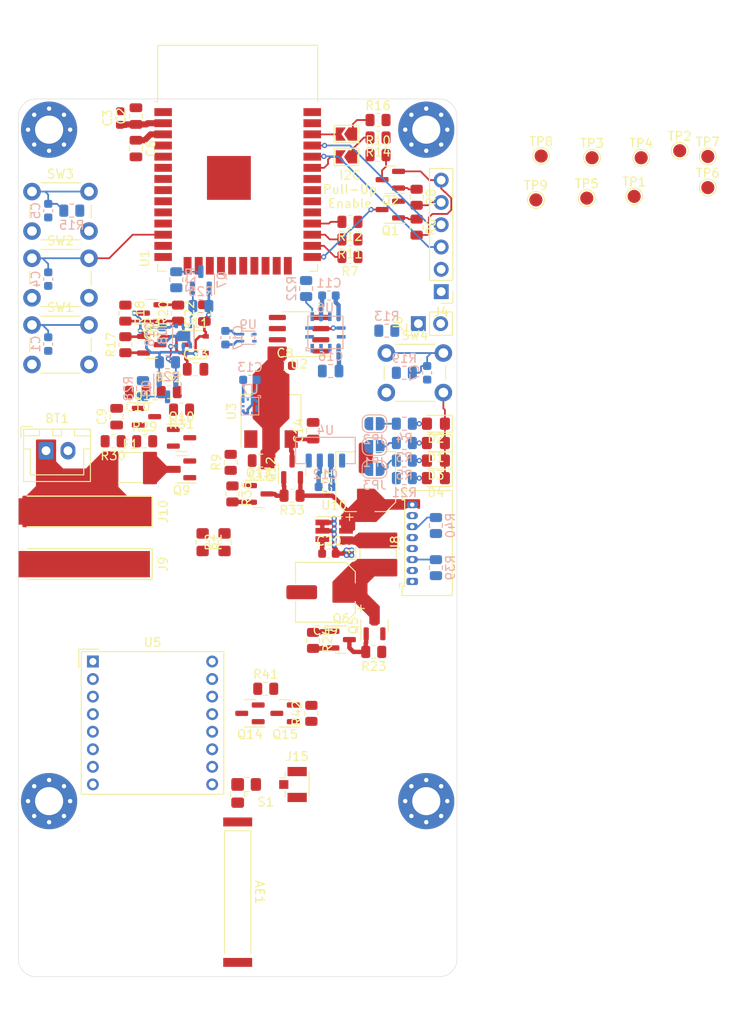
<source format=kicad_pcb>
(kicad_pcb (version 20211014) (generator pcbnew)
  (layers (0 "F.Cu" signal) (31 "B.Cu" signal) (34 "B.Paste" user) (35 "F.Paste" user) (36 "B.SilkS" user "B.Silkscreen") (37 "F.SilkS" user "F.Silkscreen") (38 "B.Mask" user) (39 "F.Mask" user) (44 "Edge.Cuts" user))
  (net 0 "")
  (net 1 "Net-(AE1-Pad1)")
  (net 2 "Net-(BT1-Pad1)")
  (net 3 "GND")
  (net 4 "PWR_ON")
  (net 5 "3V3")
  (net 6 "PWR_OFF")
  (net 7 "Net-(C5-Pad1)")
  (net 8 "EN")
  (net 9 "SWITCH")
  (net 10 "3V3_L")
  (net 11 "Net-(C9-Pad1)")
  (net 12 "SEN_VDD")
  (net 13 "Net-(C14-Pad1)")
  (net 14 "Net-(C16-Pad1)")
  (net 15 "SGP_VDD")
  (net 16 "Net-(C19-Pad1)")
  (net 17 "Net-(C20-Pad1)")
  (net 18 "+5V")
  (net 19 "Net-(D1-Pad2)")
  (net 20 "Net-(D2-Pad2)")
  (net 21 "Net-(D3-Pad2)")
  (net 22 "Net-(D4-Pad2)")
  (net 23 "VDD_IN")
  (net 24 "Net-(J4-Pad1)")
  (net 25 "RX")
  (net 26 "TX")
  (net 27 "DTR")
  (net 28 "RTS")
  (net 31 "/interface/RST")
  (net 32 "RX1")
  (net 33 "TX1")
  (net 34 "/interface/SET")
  (net 35 "Net-(J15-Pad1)")
  (net 36 "Net-(JP1-Pad2)")
  (net 37 "Net-(JP2-Pad2)")
  (net 38 "Net-(JP3-Pad2)")
  (net 39 "SDA")
  (net 40 "Net-(JP5-Pad1)")
  (net 41 "SCL")
  (net 42 "Net-(L1-Pad2)")
  (net 43 "Net-(Q1-Pad1)")
  (net 44 "IO0")
  (net 45 "Net-(Q2-Pad1)")
  (net 46 "Net-(Q3-Pad1)")
  (net 47 "Net-(Q4-Pad1)")
  (net 48 "Net-(Q5-Pad1)")
  (net 49 "+5V_EN")
  (net 50 "Net-(Q10-Pad2)")
  (net 51 "Net-(Q12-Pad1)")
  (net 52 "LDO_EN")
  (net 53 "Net-(Q14-Pad1)")
  (net 54 "Net-(Q14-Pad3)")
  (net 55 "LORA_EN")
  (net 56 "ADC_VIN")
  (net 57 "Net-(R7-Pad2)")
  (net 58 "Net-(R9-Pad2)")
  (net 59 "Net-(R11-Pad2)")
  (net 60 "Net-(R12-Pad2)")
  (net 61 "SGP_EN")
  (net 62 "Net-(R19-Pad2)")
  (net 63 "LED")
  (net 64 "Net-(R22-Pad2)")
  (net 65 "Net-(S1-Pad1)")
  (net 66 "DIO2")
  (net 67 "DIO1")
  (net 68 "LORA_RST")
  (net 69 "DIO0")
  (net 70 "CS_LORA")
  (net 78 "CS")
  (net 79 "SCLK")
  (net 80 "MISO")
  (net 82 "MOSI")
  (net 83 "ADC_0")
  (net 84 "ADC_1")
  (net 89 "Net-(C23-Pad1)")
  (net 90 "Net-(JP4-Pad1)")
  (net 91 "SDA_1V8")
  (net 92 "SCL_1V8")
  (footprint "Capacitor_SMD:C_0603_1608Metric" (layer "F.Cu") (at 76.6 44.175 90)
    (fp_text reference "C3")
    (fp_text value "100n")
  )
  (footprint "TestPoint:TestPoint_Pad_D1.5mm" (layer "F.Cu") (at 140.4 47.9)
    (fp_text reference "TP2")
    (fp_text value "TP_SCL")
  )
  (footprint "Capacitor_SMD:C_0805_2012Metric" (layer "F.Cu") (at 78.4 47.65 -90)
    (fp_text reference "C6")
    (fp_text value "1u")
  )
  (footprint "MountingHole:MountingHole_3.2mm_M3_Pad_Via" (layer "F.Cu") (at 68.5 45.5)
    (fp_text reference "H4" hide)
    (fp_text value "MountingHole")
  )
  (footprint "Resistor_SMD:R_0805_2012Metric" (layer "F.Cu") (at 93.2 109.2)
    (fp_text reference "R41")
    (fp_text value "100k")
  )
  (footprint "Resistor_SMD:R_0805_2012Metric" (layer "F.Cu") (at 82.2 75.4)
    (fp_text reference "R32")
    (fp_text value "100k")
  )
  (footprint "mainBoard:ANT-868-CHP-T" (layer "F.Cu") (at 90 132.375 -90)
    (fp_text reference "AE1")
    (fp_text value "Antenna")
  )
  (footprint "Capacitor_SMD:CP_Elec_6.3x7.7" (layer "F.Cu") (at 104.6 85.6 90)
    (fp_text reference "C21")
    (fp_text value "47u")
  )
  (footprint "mainBoard:RF_Splitter" (layer "F.Cu") (at 89.997492 120.1)
    (fp_text reference "S1")
    (fp_text value "RF_Splitter")
  )
  (footprint "Resistor_SMD:R_0805_2012Metric" (layer "F.Cu") (at 102.8 58 180)
    (fp_text reference "R11")
    (fp_text value "220")
  )
  (footprint "Resistor_SMD:R_0805_2012Metric_Pad1.20x1.40mm_HandSolder" (layer "F.Cu") (at 88.5 92.5 90)
    (fp_text reference "R2")
    (fp_text value "R")
  )
  (footprint "Capacitor_SMD:C_0805_2012Metric" (layer "F.Cu") (at 98.6 79.8 90)
    (fp_text reference "C14")
    (fp_text value "22u")
  )
  (footprint "Resistor_SMD:R_0805_2012Metric" (layer "F.Cu") (at 102.8 56 180)
    (fp_text reference "R12")
    (fp_text value "220")
  )
  (footprint "Connector_PinHeader_2.54mm:PinHeader_1x02_P2.54mm_Vertical" (layer "F.Cu") (at 110.6 67.6 90)
    (fp_text reference "J6")
    (fp_text value "EN_3V3_PROGRAMMER")
  )
  (footprint "Package_SO:TSOP-5_1.65x3.05mm_P0.95mm" (layer "F.Cu") (at 85.2 70)
    (fp_text reference "U11")
    (fp_text value "NCP115ASN180T2G")
  )
  (footprint "Package_TO_SOT_SMD:SOT-23" (layer "F.Cu") (at 107.4 51.2 180)
    (fp_text reference "Q2")
    (fp_text value "MMBT3904")
  )
  (footprint "LED_SMD:LED_0805_2012Metric_Pad1.15x1.40mm_HandSolder" (layer "F.Cu") (at 112.6 85.2 180)
    (fp_text reference "D4")
    (fp_text value "LED")
  )
  (footprint "TestPoint:TestPoint_Pad_D1.5mm" (layer "F.Cu") (at 124.6 48.5)
    (fp_text reference "TP8")
    (fp_text value "TP_GND")
  )
  (footprint "Capacitor_SMD:C_0603_1608Metric" (layer "F.Cu") (at 100.4 93.8)
    (fp_text reference "C20")
    (fp_text value "100n")
  )
  (footprint "RF_Module:HOPERF_RFM9XW_THT" (layer "F.Cu") (at 73.4925 106.0925)
    (fp_text reference "U5")
    (fp_text value "RFM95W-868S2")
  )
  (footprint "Capacitor_SMD:C_0603_1608Metric" (layer "F.Cu") (at 95.4 72.4)
    (fp_text reference "C8")
    (fp_text value "100n")
  )
  (footprint "Resistor_SMD:R_0805_2012Metric_Pad1.20x1.40mm_HandSolder" (layer "F.Cu") (at 86 92.5 -90)
    (fp_text reference "R1")
    (fp_text value "R")
  )
  (footprint "Jumper:SolderJumper-2_P1.3mm_Open_TrianglePad1.0x1.5mm" (layer "F.Cu") (at 102.4 46 180)
    (fp_text reference "JP5" hide)
    (fp_text value " ")
  )
  (footprint "Inductor_SMD:L_Coilcraft_LPS4018" (layer "F.Cu") (at 106 93.8 90)
    (fp_text reference "L1")
    (fp_text value "22u")
  )
  (footprint "MountingHole:MountingHole_3.2mm_M3_Pad_Via" (layer "F.Cu") (at 111.5 122)
    (fp_text reference "H2" hide)
    (fp_text value "MountingHole")
  )
  (footprint "Resistor_SMD:R_0805_2012Metric" (layer "F.Cu") (at 98.6 103.6875 -90)
    (fp_text reference "R24")
    (fp_text value "100k")
  )
  (footprint "LED_SMD:LED_0805_2012Metric_Pad1.15x1.40mm_HandSolder" (layer "F.Cu") (at 112.6 81.2 180)
    (fp_text reference "D1")
    (fp_text value "LED")
  )
  (footprint "Capacitor_SMD:C_0805_2012Metric" (layer "F.Cu") (at 92.6 83.2 180)
    (fp_text reference "C15")
    (fp_text value "22u")
  )
  (footprint "Resistor_SMD:R_0805_2012Metric" (layer "F.Cu") (at 106 48.4)
    (fp_text reference "R10")
    (fp_text value "10k")
  )
  (footprint "Button_Switch_THT:SW_PUSH_6mm" (layer "F.Cu") (at 106.95 70.95)
    (fp_text reference "SW4")
    (fp_text value "SW_Push")
  )
  (footprint "mainBoard:2mm_Banana-Socket" (layer "F.Cu") (at 65 95 90)
    (fp_text reference "J9")
    (fp_text value "BAT-")
  )
  (footprint "Resistor_SMD:R_0805_2012Metric" (layer "F.Cu") (at 98.4 112 90)
    (fp_text reference "R42")
    (fp_text value "100k")
  )
  (footprint "Package_TO_SOT_SMD:SOT-23-6_Handsoldering" (layer "F.Cu") (at 101 91.2)
    (fp_text reference "U10")
    (fp_text value "AP1603")
  )
  (footprint "Jumper:SolderJumper-2_P1.3mm_Open_TrianglePad1.0x1.5mm" (layer "F.Cu") (at 102.4 48.6 180)
    (fp_text reference "JP4" hide)
    (fp_text value " ")
  )
  (footprint "Connector_PinHeader_2.54mm:PinHeader_1x06_P2.54mm_Vertical" (layer "F.Cu") (at 113.2 63.95 180)
    (fp_text reference "J4")
    (fp_text value "PROGRAMMER")
  )
  (footprint "Package_TO_SOT_SMD:SOT-23" (layer "F.Cu") (at 105.6 102 90)
    (fp_text reference "Q5")
    (fp_text value "AO3401A")
  )
  (footprint "Package_TO_SOT_SMD:SOT-23" (layer "F.Cu") (at 95.4 112 180)
    (fp_text reference "Q15")
    (fp_text value "2N7002")
  )
  (footprint "Package_TO_SOT_SMD:SOT-23" (layer "F.Cu") (at 83.6 80.6)
    (fp_text reference "Q10")
    (fp_text value "AO3401A")
  )
  (footprint "Fuse:Fuse_1812_4532Metric_Pad1.30x3.40mm_HandSolder" (layer "F.Cu") (at 77.775 84)
    (fp_text reference "F1")
    (fp_text value "Polyfuse")
  )
  (footprint "Package_TO_SOT_SMD:SOT-223-3_TabPin2" (layer "F.Cu") (at 93.8 77.6 90)
    (fp_text reference "U3")
    (fp_text value "AMS1117-3.3")
  )
  (footprint "MountingHole:MountingHole_3.2mm_M3_Pad_Via" (layer "F.Cu") (at 68.5 122)
    (fp_text reference "H3" hide)
    (fp_text value "MountingHole")
  )
  (footprint "Resistor_SMD:R_0805_2012Metric" (layer "F.Cu") (at 89.2 83.4 90)
    (fp_text reference "R9")
    (fp_text value "220")
  )
  (footprint "Capacitor_SMD:C_0805_2012Metric" (layer "F.Cu") (at 86.2 66.4 90)
    (fp_text reference "C22")
    (fp_text value "1u")
  )
  (footprint "Package_TO_SOT_SMD:SOT-23" (layer "F.Cu") (at 80.2 66.4 180)
    (fp_text reference "Q4")
    (fp_text value "2N7002")
  )
  (footprint "Package_TO_SOT_SMD:SOT-23" (layer "F.Cu") (at 96.2 84.2 90)
    (fp_text reference "Q12")
    (fp_text value "AO3401A")
  )
  (footprint "Package_TO_SOT_SMD:SOT-23" (layer "F.Cu") (at 101.8 103.6)
    (fp_text reference "Q6")
    (fp_text value "2N7002")
  )
  (footprint "Button_Switch_THT:SW_PUSH_6mm" (layer "F.Cu") (at 66.55 67.75)
    (fp_text reference "SW1")
    (fp_text value "PWR_ON")
  )
  (footprint "Button_Switch_THT:SW_PUSH_6mm" (layer "F.Cu") (at 66.55 52.55)
    (fp_text reference "SW3")
    (fp_text value "RESET")
  )
  (footprint "Capacitor_SMD:C_0805_2012Metric" (layer "F.Cu") (at 78.6 75.4 180)
    (fp_text reference "C10")
    (fp_text value "22u")
  )
  (footprint "TestPoint:TestPoint_Pad_D1.5mm" (layer "F.Cu") (at 135.2 53.1)
    (fp_text reference "TP1")
    (fp_text value "TP_SDA")
  )
  (footprint "Button_Switch_THT:SW_PUSH_6mm" (layer "F.Cu") (at 66.55 60.15)
    (fp_text reference "SW2")
    (fp_text value "PWR_OFF")
  )
  (footprint "Resistor_SMD:R_0805_2012Metric" (layer "F.Cu") (at 75.8 81 180)
    (fp_text reference "R30")
    (fp_text value "100k")
  )
  (footprint "Capacitor_SMD:CP_Elec_6.3x7.7" (layer "F.Cu") (at 100 98.2 180)
    (fp_text reference "C19")
    (fp_text value "47u")
  )
  (footprint "Resistor_SMD:R_0805_2012Metric" (layer "F.Cu") (at 79.4 81)
    (fp_text reference "R29")
    (fp_text value "100k")
  )
  (footprint "mainBoard:2mm_Banana-Socket" (layer "F.Cu") (at 65 89 90)
    (fp_text reference "J10")
    (fp_text value "BAT+")
  )
  (footprint "Resistor_SMD:R_0805_2012Metric" (layer "F.Cu") (at 96.2 87.2 180)
    (fp_text reference "R33")
    (fp_text value "100k")
  )
  (footprint "Resistor_SMD:R_0805_2012Metric" (layer "F.Cu") (at 83.6 77.4 180)
    (fp_text reference "R31")
    (fp_text value "10k")
  )
  (footprint "Resistor_SMD:R_0805_2012Metric" (layer "F.Cu") (at 89.4 87 -90)
    (fp_text reference "R36")
    (fp_text value "100k")
  )
  (footprint "TestPoint:TestPoint_Pad_D1.5mm" (layer "F.Cu") (at 124 53.5)
    (fp_text reference "TP9")
    (fp_text value "TP_GND")
  )
  (footprint "Capacitor_SMD:C_0805_2012Metric" (layer "F.Cu") (at 85.2 72.8)
    (fp_text reference "C23")
    (fp_text value "1u")
  )
  (footprint "Capacitor_SMD:C_0805_2012Metric" (layer "F.Cu") (at 76.2 78.2 90)
    (fp_text reference "C9")
    (fp_text value "22u")
  )
  (footprint "RF_Module:ESP32-WROOM-32" (layer "F.Cu") (at 90 51.75)
    (fp_text reference "U1")
    (fp_text value "ESP32-WROOM-32")
  )
  (footprint "Package_TO_SOT_SMD:SOT-23" (layer "F.Cu") (at 79.6 78.2)
    (fp_text reference "Q11")
    (fp_text value "2N7002")
  )
  (footprint "Resistor_SMD:R_0805_2012Metric" (layer "F.Cu") (at 106 44.4)
    (fp_text reference "R16")
    (fp_text value "3k3")
  )
  (footprint "Package_TO_SOT_SMD:SOT-23" (layer "F.Cu") (at 92.4 87)
    (fp_text reference "Q13")
    (fp_text value "2N7002")
  )
  (footprint "Resistor_SMD:R_0805_2012Metric" (layer "F.Cu") (at 105.5125 105 180)
    (fp_text reference "R23")
    (fp_text value "100k")
  )
  (footprint "Resistor_SMD:R_0805_2012Metric" (layer "F.Cu") (at 102.8 60 180)
    (fp_text reference "R7")
    (fp_text value "220")
  )
  (footprint "Package_TO_SOT_SMD:SOT-23" (layer "F.Cu") (at 91.4 112 180)
    (fp_text reference "Q14")
    (fp_text value "AO3401A")
  )
  (footprint "Package_TO_SOT_SMD:SOT-23" (layer "F.Cu") (at 83.6 84.2 180)
    (fp_text reference "Q9")
    (fp_text value "AO3401A")
  )
  (footprint "Connector_Molex:Molex_PicoBlade_53048-0810_1x08_P1.25mm_Horizontal" (layer "F.Cu") (at 109.9 96.975 90)
    (fp_text reference "J8")
    (fp_text value "PMS5003")
  )
  (footprint "Resistor_SMD:R_0805_2012Metric" (layer "F.Cu") (at 106 46.4 180)
    (fp_text reference "R14")
    (fp_text value "3k3")
  )
  (footprint "LED_SMD:LED_0805_2012Metric_Pad1.15x1.40mm_HandSolder" (layer "F.Cu") (at 112.6 79 180)
    (fp_text reference "D2")
    (fp_text value "LED")
  )
  (footprint "TestPoint:TestPoint_Pad_D1.5mm" (layer "F.Cu") (at 143.6 52.1)
    (fp_text reference "TP6")
    (fp_text value "TP_3V3")
  )
  (footprint "Package_TO_SOT_SMD:SOT-23" (layer "F.Cu") (at 107.4 54.6 180)
    (fp_text reference "Q1")
    (fp_text value "MMBT3904")
  )
  (footprint "Resistor_SMD:R_0805_2012Metric" (layer "F.Cu") (at 77.2 66.4 -90)
    (fp_text reference "R18")
    (fp_text value "220")
  )
  (footprint "Resistor_SMD:R_0805_2012Metric" (layer "F.Cu") (at 83.2 66.4 90)
    (fp_text reference "R20")
    (fp_text value "100k")
  )
  (footprint "Connector_JST:JST_XH_B2B-XH-A_1x02_P2.50mm_Vertical" (layer "F.Cu") (at 68.15 82.075)
    (fp_text reference "BT1")
    (fp_text value "18650 holder")
  )
  (footprint "TestPoint:TestPoint_Pad_D1.5mm" (layer "F.Cu") (at 129.8 53.3)
    (fp_text reference "TP5")
    (fp_text value "TP_+5V")
  )
  (footprint "Resistor_SMD:R_0805_2012Metric" (layer "F.Cu") (at 77.2 70 90)
    (fp_text reference "R17")
    (fp_text value "100k")
  )
  (footprint "TestPoint:TestPoint_Pad_D1.5mm" (layer "F.Cu") (at 136 48.7)
    (fp_text reference "TP4")
    (fp_text value "TP_TX1")
  )
  (footprint "Package_SO:SOIC-8_3.9x4.9mm_P1.27mm" (layer "F.Cu") (at 97 68.8 180)
    (fp_text reference "U2")
    (fp_text value "MCP3202-BI/SN")
  )
  (footprint "LED_SMD:LED_0805_2012Metric_Pad1.15x1.40mm_HandSolder" (layer "F.Cu") (at 112.6 83.2 180)
    (fp_text reference "D3")
    (fp_text value "LED")
  )
  (footprint "Capacitor_SMD:C_0805_2012Metric" (layer "F.Cu") (at 78.4 43.95 90)
    (fp_text reference "C2")
    (fp_text value "22u")
  )
  (footprint "Resistor_SMD:R_0805_2012Metric" (layer "F.Cu") (at 110.4 56.6 -90)
    (fp_text reference "R6")
    (fp_text value "10k")
  )
  (footprint "TestPoint:TestPoint_Pad_D1.5mm" (layer "F.Cu") (at 130.4 48.7)
    (fp_text reference "TP3")
    (fp_text value "TP_RX1")
  )
  (footprint "Package_TO_SOT_SMD:SOT-23" (layer "F.Cu") (at 80.2 70)
    (fp_text reference "Q3")
    (fp_text value "AO3401A")
  )
  (footprint "MountingHole:MountingHole_3.2mm_M3_Pad_Via" (layer "F.Cu") (at 111.5 45.5)
    (fp_text reference "H1" hide)
    (fp_text value "MountingHole")
  )
  (footprint "TestPoint:TestPoint_Pad_D1.5mm" (layer "F.Cu") (at 143.6 48.55)
    (fp_text reference "TP7")
    (fp_text value "TP_3V3_L")
  )
  (footprint "Connector_Coaxial:U.FL_Hirose_U.FL-R-SMT-1_Vertical" (layer "F.Cu") (at 96.304303 120.106811)
    (fp_text reference "J15")
    (fp_text value "U.FL")
  )
  (footprint "Resistor_SMD:R_0805_2012Metric" (layer "F.Cu") (at 110.4 53.2 -90)
    (fp_text reference "R8")
    (fp_text value "10k")
  )
  (footprint "Package_TO_SOT_SMD:SOT-23" (layer "B.Cu") (at 82 75 -90)
    (fp_text reference "Q8")
    (fp_text value "2N7002")
  )
  (footprint "Resistor_SMD:R_0805_2012Metric" (layer "B.Cu") (at 85.8 65.6 180)
    (fp_text reference "R25")
    (fp_text value "100k")
  )
  (footprint "Capacitor_SMD:C_0603_1608Metric" (layer "B.Cu") (at 111.6 73.2 -90)
    (fp_text reference "C7")
    (fp_text value "100n")
  )
  (footprint "Resistor_SMD:R_0805_2012Metric" (layer "B.Cu") (at 109 79)
    (fp_text reference "R4")
    (fp_text value "1k")
  )
  (footprint "mainBoard:SHT40" (layer "B.Cu") (at 91.2 69.2 180)
    (fp_text reference "U9")
    (fp_text value "SHT40")
  )
  (footprint "Capacitor_SMD:C_0603_1608Metric" (layer "B.Cu") (at 100 86.2 180)
    (fp_text reference "C12")
    (fp_text value "100n")
  )
  (footprint "Capacitor_SMD:C_0603_1608Metric" (layer "B.Cu") (at 100.4 64.4 180)
    (fp_text reference "C11")
    (fp_text value "100n")
  )
  (footprint "Resistor_SMD:R_0805_2012Metric" (layer "B.Cu") (at 109 85.2)
    (fp_text reference "R21")
    (fp_text value "R")
  )
  (footprint "Capacitor_SMD:C_0603_1608Metric" (layer "B.Cu") (at 68.4 62.525 -90)
    (fp_text reference "C4")
    (fp_text value "100n")
  )
  (footprint "Capacitor_SMD:C_0603_1608Metric" (layer "B.Cu") (at 88.6 69.2 90)
    (fp_text reference "C17")
    (fp_text value "100n")
  )
  (footprint "Resistor_SMD:R_0805_2012Metric" (layer "B.Cu") (at 109 81.2)
    (fp_text reference "R3")
    (fp_text value "1k")
  )
  (footprint "Capacitor_SMD:C_0603_1608Metric" (layer "B.Cu") (at 91.4 74 180)
    (fp_text reference "C13")
    (fp_text value "100n")
  )
  (footprint "Jumper:SolderJumper-2_P1.3mm_Open_RoundedPad1.0x1.5mm" (layer "B.Cu") (at 105.6 81.6)
    (fp_text reference "JP1")
    (fp_text value "EN")
  )
  (footprint "Resistor_SMD:R_0805_2012Metric" (layer "B.Cu") (at 97.8 63.6 -90)
    (fp_text reference "R22")
    (fp_text value "100k")
  )
  (footprint "Capacitor_SMD:C_0603_1608Metric" (layer "B.Cu") (at 81.4 68.8 -90)
    (fp_text reference "C18")
    (fp_text value "100n")
  )
  (footprint "mainBoard:SGP30" (layer "B.Cu") (at 83.8 69 -90)
    (fp_text reference "U8")
    (fp_text value "SGP30")
  )
  (footprint "Capacitor_SMD:C_0805_2012Metric" (layer "B.Cu") (at 100.6 73 180)
    (fp_text reference "C16")
    (fp_text value "1n")
  )
  (footprint "mainBoard:ML8511" (layer "B.Cu") (at 100 68.6 180)
    (fp_text reference "U6")
    (fp_text value "ML8511")
  )
  (footprint "Resistor_SMD:R_0805_2012Metric" (layer "B.Cu") (at 112.6 90.6 90)
    (fp_text reference "R40")
    (fp_text value "100k")
  )
  (footprint "Resistor_SMD:R_0805_2012Metric" (layer "B.Cu") (at 82 72)
    (fp_text reference "R26")
    (fp_text value "100k")
  )
  (footprint "mainBoard:VEML7700" (layer "B.Cu") (at 100 81.6 180)
    (fp_text reference "U4")
    (fp_text value "VEML7700")
  )
  (footprint "Capacitor_SMD:C_0603_1608Metric" (layer "B.Cu") (at 68.4 69.925 -90)
    (fp_text reference "C1")
    (fp_text value "100n")
  )
  (footprint "Resistor_SMD:R_0805_2012Metric" (layer "B.Cu") (at 109 73.2 180)
    (fp_text reference "R19")
    (fp_text value "220")
  )
  (footprint "Jumper:SolderJumper-2_P1.3mm_Open_RoundedPad1.0x1.5mm" (layer "B.Cu") (at 105.6 79)
    (fp_text reference "JP2")
    (fp_text value "EN")
  )
  (footprint "Package_TO_SOT_SMD:SOT-23" (layer "B.Cu") (at 85.8 62.6 90)
    (fp_text reference "Q7")
    (fp_text value "2N7002")
  )
  (footprint "Resistor_SMD:R_0805_2012Metric" (layer "B.Cu") (at 71.0875 54.725)
    (fp_text reference "R15")
    (fp_text value "330")
  )
  (footprint "Resistor_SMD:R_0805_2012Metric" (layer "B.Cu") (at 83 62.6 90)
    (fp_text reference "R27")
    (fp_text value "100k")
  )
  (footprint "Capacitor_SMD:C_0603_1608Metric" (layer "B.Cu") (at 68.4 54.725 -90)
    (fp_text reference "C5")
    (fp_text value "100n")
  )
  (footprint "Resistor_SMD:R_0805_2012Metric" (layer "B.Cu") (at 107 68.4 180)
    (fp_text reference "R13")
    (fp_text value "100k")
  )
  (footprint "Jumper:SolderJumper-2_P1.3mm_Open_RoundedPad1.0x1.5mm" (layer "B.Cu") (at 105.6 84.2)
    (fp_text reference "JP3")
    (fp_text value "EN")
  )
  (footprint "Resistor_SMD:R_0805_2012Metric" (layer "B.Cu") (at 79.2 75 -90)
    (fp_text reference "R28")
    (fp_text value "100k")
  )
  (footprint "Resistor_SMD:R_0805_2012Metric" (layer "B.Cu") (at 109 83.2)
    (fp_text reference "R5")
    (fp_text value "1k")
  )
  (footprint "mainBoard:BMP388" (layer "B.Cu") (at 91.4 77 180)
    (fp_text reference "U7")
    (fp_text value "BMP388")
  )
  (footprint "Resistor_SMD:R_0805_2012Metric" (layer "B.Cu") (at 112.6 95.4 90)
    (fp_text reference "R39")
    (fp_text value "100k")
  )
  (gr_line (start 115 44) (end 115 140) (layer "Edge.Cuts") (width 0.05))
  (gr_arc (start 113 42) (mid 114.414214 42.585786) (end 115 44) (layer "Edge.Cuts") (width 0.05))
  (gr_line (start 65 140) (end 65 44) (layer "Edge.Cuts") (width 0.05))
  (gr_arc (start 115 140) (mid 114.414214 141.414214) (end 113 142) (layer "Edge.Cuts") (width 0.05))
  (gr_arc (start 67 142) (mid 65.585786 141.414214) (end 65 140) (layer "Edge.Cuts") (width 0.05))
  (gr_line (start 113 142) (end 67 142) (layer "Edge.Cuts") (width 0.05))
  (gr_line (start 67 42) (end 113 42) (layer "Edge.Cuts") (width 0.05))
  (gr_arc (start 65 44) (mid 65.585786 42.585786) (end 67 42) (layer "Edge.Cuts") (width 0.05))
  (gr_text "I2C\nPull-Up\nEnable" (at 102.8 52.3) (layer "F.SilkS") (effects (font (size 1 1))))
  (segment (start 101 90.4) (end 101 91) (width 0.5) (layer "F.Cu") (net 3))
  (segment (start 101 93.1) (end 101.175 93.275) (width 0.5) (layer "F.Cu") (net 3))
  (segment (start 99.65 91.2) (end 100.8 91.2) (width 0.5) (layer "F.Cu") (net 3))
  (segment (start 98.6 104.6) (end 99.6 104.6) (width 0.5) (layer "F.Cu") (net 3))
  (segment (start 99.65 104.55) (end 99.6 104.6) (width 0.5) (layer "F.Cu") (net 3))
  (segment (start 102 93.8) (end 102.4 93.4) (width 0.5) (layer "F.Cu") (net 3))
  (segment (start 100.8 91.2) (end 101 91) (width 0.5) (layer "F.Cu") (net 3))
  (segment (start 100.8625 104.55) (end 99.65 104.55) (width 0.5) (layer "F.Cu") (net 3))
  (segment (start 91.425 87.9125) (end 91.4625 87.95) (width 0.5) (layer "F.Cu") (net 3))
  (segment (start 99.65 90.25) (end 99.65 91.2) (width 0.5) (layer "F.Cu") (net 3))
  (segment (start 103 94) (end 103 93.4) (width 0.5) (layer "F.Cu") (net 3))
  (segment (start 83.1625 65.45) (end 83.2 65.4875) (width 0.3) (layer "F.Cu") (net 3))
  (segment (start 81.1375 65.45) (end 83.1625 65.45) (width 0.3) (layer "F.Cu") (net 3))
  (segment (start 99.65 90.25) (end 100.85 90.25) (width 0.5) (layer "F.Cu") (net 3))
  (segment (start 113.625 79) (end 113.625 81.2) (width 0.2) (layer "F.Cu") (net 3))
  (segment (start 113.625 77.425) (end 113.625 79) (width 0.2) (layer "F.Cu") (net 3))
  (segment (start 102.4 93.4) (end 103 93.4) (width 0.5) (layer "F.Cu") (net 3))
  (segment (start 101 89.8) (end 101 90.4) (width 0.5) (layer "F.Cu") (net 3))
  (segment (start 113.625 83.2) (end 113.625 85.2) (width 0.2) (layer "F.Cu") (net 3))
  (segment (start 113.45 77.25) (end 113.625 77.425) (width 0.2) (layer "F.Cu") (net 3))
  (segment (start 101 92.2) (end 101 92.8) (width 0.5) (layer "F.Cu") (net 3))
  (segment (start 103 94) (end 102.4 94) (width 0.5) (layer "F.Cu") (net 3))
  (segment (start 101.175 93.8) (end 102 93.8) (width 0.5) (layer "F.Cu") (net 3))
  (segment (start 100.85 90.25) (end 101 90.4) (width 0.5) (layer "F.Cu") (net 3))
  (segment (start 89.4 87.9125) (end 91.425 87.9125) (width 0.5) (layer "F.Cu") (net 3))
  (segment (start 113.45 75.45) (end 113.45 77.25) (width 0.2) (layer "F.Cu") (net 3))
  (segment (start 101 91) (end 101 91.6) (width 0.5) (layer "F.Cu") (net 3))
  (segment (start 102.4 93.4) (end 102.4 94) (width 0.5) (layer "F.Cu") (net 3))
  (segment (start 101 92.8) (end 101 93.1) (width 0.5) (layer "F.Cu") (net 3))
  (segment (start 101 91.6) (end 101 92.2) (width 0.5) (layer "F.Cu") (net 3))
  (segment (start 101.175 93.275) (end 101.175 93.8) (width 0.5) (layer "F.Cu") (net 3))
  (segment (start 113.625 81.2) (end 113.625 83.2) (width 0.2) (layer "F.Cu") (net 3))
  (via (at 103 93.4) (size 0.6) (drill 0.3) (layers "F.Cu" "B.Cu") (net 3))
  (via (at 101 91.6) (size 0.6) (drill 0.3) (layers "F.Cu" "B.Cu") (net 3))
  (via (at 102.4 93.4) (size 0.6) (drill 0.3) (layers "F.Cu" "B.Cu") (net 3))
  (via (at 103 94) (size 0.6) (drill 0.3) (layers "F.Cu" "B.Cu") (net 3))
  (via (at 101 92.8) (size 0.6) (drill 0.3) (layers "F.Cu" "B.Cu") (net 3))
  (via (at 102.4 94) (size 0.6) (drill 0.3) (layers "F.Cu" "B.Cu") (net 3))
  (via (at 101 91) (size 0.6) (drill 0.3) (layers "F.Cu" "B.Cu") (net 3))
  (via (at 101 89.8) (size 0.6) (drill 0.3) (layers "F.Cu" "B.Cu") (net 3))
  (via (at 101 92.2) (size 0.6) (drill 0.3) (layers "F.Cu" "B.Cu") (net 3))
  (via (at 101 90.4) (size 0.6) (drill 0.3) (layers "F.Cu" "B.Cu") (net 3))
  (segment (start 83.8 67.85) (end 83.8 69) (width 0.3) (layer "B.Cu") (net 3))
  (segment (start 84.6 70.15) (end 84.6 69.8) (width 0.3) (layer "B.Cu") (net 3))
  (segment (start 90.625 76.4875) (end 90.6375 76.5) (width 0.3) (layer "B.Cu") (net 3))
  (segment (start 99.225 86.2) (end 99.225 84.675) (width 0.5) (layer "B.Cu") (net 3))
  (segment (start 99.225 84.675) (end 99.365 84.535) (width 0.5) (layer "B.Cu") (net 3))
  (segment (start 99.5 65.7) (end 99.625 65.575) (width 0.5) (layer "B.Cu") (net 3))
  (segment (start 81.925 69.575) (end 82.5 69) (width 0.3) (layer "B.Cu") (net 3))
  (segment (start 99.625 65.575) (end 99.625 64.4) (width 0.5) (layer "B.Cu") (net 3))
  (segment (start 89.325 68.425) (end 89.7 68.8) (width 0.3) (layer "B.Cu") (net 3))
  (segment (start 99.5 67.1) (end 99.5 65.7) (width 0.5) (layer "B.Cu") (net 3))
  (segment (start 82.5 69) (end 83.8 69) (width 0.3) (layer "B.Cu") (net 3))
  (segment (start 89.7 68.8) (end 90.5 68.8) (width 0.3) (layer "B.Cu") (net 3))
  (segment (start 90.625 74) (end 90.625 76.4875) (width 0.3) (layer "B.Cu") (net 3))
  (segment (start 99.365 84.535) (end 99.365 83.2) (width 0.5) (layer "B.Cu") (net 3))
  (segment (start 81.4 69.575) (end 81.925 69.575) (width 0.3) (layer "B.Cu") (net 3))
  (segment (start 84.6 69.8) (end 83.8 69) (width 0.3) (layer "B.Cu") (net 3))
  (segment (start 92.1625 77) (end 92.1625 77.5) (width 0.3) (layer "B.Cu") (net 3))
  (segment (start 88.6 68.425) (end 89.325 68.425) (width 0.3) (layer "B.Cu") (net 3))
  (segment (start 68.4 68.4) (end 68.4 69.15) (width 0.2) (layer "B.Cu") (net 4))
  (segment (start 66.55 67.75) (end 67.75 67.75) (width 0.2) (layer "B.Cu") (net 4))
  (segment (start 73.05 67.75) (end 67.75 67.75) (width 0.2) (layer "B.Cu") (net 4))
  (segment (start 67.75 67.75) (end 68.4 68.4) (width 0.2) (layer "B.Cu") (net 4))
  (segment (start 77.25 44.95) (end 77.3 44.9) (width 0.7) (layer "F.Cu") (net 5))
  (segment (start 76.6 44.95) (end 77.25 44.95) (width 0.7) (layer "F.Cu") (net 5))
  (segment (start 77.2 70.9125) (end 79.225 70.9125) (width 0.3) (layer "F.Cu") (net 5))
  (segment (start 79.6 44.9) (end 78.4 44.9) (width 0.7) (layer "F.Cu") (net 5))
  (segment (start 77.3 44.9) (end 78.4 44.9) (width 0.7) (layer "F.Cu") (net 5))
  (segment (start 79.225 70.9125) (end 79.2625 70.95) (width 0.3) (layer "F.Cu") (net 5))
  (segment (start 81.5 44.765) (end 79.735 44.765) (width 0.7) (layer "F.Cu") (net 5))
  (segment (start 79.735 44.765) (end 79.6 44.9) (width 0.7) (layer "F.Cu") (net 5))
  (segment (start 75.35 60.15) (end 73.05 60.15) (width 0.2) (layer "F.Cu") (net 6))
  (segment (start 81.5 57.465) (end 78.035 57.465) (width 0.2) (layer "F.Cu") (net 6))
  (segment (start 78.035 57.465) (end 75.35 60.15) (width 0.2) (layer "F.Cu") (net 6))
  (segment (start 68.4 60.8) (end 68.4 61.75) (width 0.2) (layer "B.Cu") (net 6))
  (segment (start 66.55 60.15) (end 67.75 60.15) (width 0.2) (layer "B.Cu") (net 6))
  (segment (start 67.75 60.15) (end 68.4 60.8) (width 0.2) (layer "B.Cu") (net 6))
  (segment (start 73.05 60.15) (end 67.75 60.15) (width 0.2) (layer "B.Cu") (net 6))
  (segment (start 70.175 54.725) (end 69.4 53.95) (width 0.2) (layer "B.Cu") (net 7))
  (segment (start 68.4 52.9) (end 68.4 53.95) (width 0.2) (layer "B.Cu") (net 7))
  (segment (start 69.4 53.95) (end 68.4 53.95) (width 0.2) (layer "B.Cu") (net 7))
  (segment (start 73.05 52.55) (end 66.55 52.55) (width 0.2) (layer "B.Cu") (net 7))
  (segment (start 68.05 52.55) (end 68.4 52.9) (width 0.2) (layer "B.Cu") (net 7))
  (segment (start 106.4625 50.1375) (end 106.4625 51.2) (width 0.2) (layer "F.Cu") (net 8))
  (segment (start 106.9125 49.6875) (end 106.4625 50.1375) (width 0.2) (layer "F.Cu") (net 8))
  (segment (start 79.4 46.7) (end 78.4 46.7) (width 0.7) (layer "F.Cu") (net 8))
  (segment (start 81.5 46.035) (end 80.065 46.035) (width 0.7) (layer "F.Cu") (net 8))
  (segment (start 106.9125 48.4) (end 106.9125 49.6875) (width 0.2) (layer "F.Cu") (net 8))
  (segment (start 80.065 46.035) (end 79.4 46.7) (width 0.7) (layer "F.Cu") (net 8))
  (segment (start 110.9 72.5) (end 110.975 72.425) (width 0.2) (layer "B.Cu") (net 9))
  (segment (start 112.05 70.95) (end 113.45 70.95) (width 0.2) (layer "B.Cu") (net 9))
  (segment (start 111.6 72.425) (end 111.6 71.4) (width 0.2) (layer "B.Cu") (net 9))
  (segment (start 109.9125 73.2) (end 110.7 73.2) (width 0.2) (layer "B.Cu") (net 9))
  (segment (start 106.95 70.95) (end 112.05 70.95) (width 0.2) (layer "B.Cu") (net 9))
  (segment (start 111.6 71.4) (end 112.05 70.95) (width 0.2) (layer "B.Cu") (net 9))
  (segment (start 110.975 72.425) (end 111.6 72.425) (width 0.2) (layer "B.Cu") (net 9))
  (segment (start 110.7 73.2) (end 110.9 73) (width 0.2) (layer "B.Cu") (net 9))
  (segment (start 110.9 73) (end 110.9 72.5) (width 0.2) (layer "B.Cu") (net 9))
  (segment (start 101.175 65.175) (end 101.5 65.5) (width 0.5) (layer "B.Cu") (net 12))
  (segment (start 91.65 76.2375) (end 91.65 75.65) (width 0.3) (layer "B.Cu") (net 12))
  (segment (start 101.175 64.4) (end 101.175 65.175) (width 0.5) (layer "B.Cu") (net 12))
  (segment (start 100.635 83.2) (end 100.635 84.935) (width 0.5) (layer "B.Cu") (net 12))
  (segment (start 100.635 84.935) (end 100.8 85.1) (width 0.5) (layer "B.Cu") (net 12))
  (segment (start 91.15 77.7625) (end 91.15 77.35) (width 0.3) (layer "B.Cu") (net 12))
  (segment (start 89.9 69.6) (end 89.525 69.975) (width 0.3) (layer "B.Cu") (net 12))
  (segment (start 92.2 75.1) (end 92.2 74.025) (width 0.3) (layer "B.Cu") (net 12))
  (segment (start 91.1125 77.8) (end 91.15 77.7625) (width 0.3) (layer "B.Cu") (net 12))
  (segment (start 91.65 76.85) (end 91.65 76.2375) (width 0.3) (layer "B.Cu") (net 12))
  (segment (start 100.8 86.175) (end 100.775 86.2) (width 0.5) (layer "B.Cu") (net 12))
  (segment (start 90.8 77.8) (end 91.1125 77.8) (width 0.3) (layer "B.Cu") (net 12))
  (segment (start 92.1625 76.5) (end 92.1625 76.4375) (width 0.3) (layer "B.Cu") (net 12))
  (segment (start 90.6375 77.5) (end 90.6375 77.6375) (width 0.3) (layer "B.Cu") (net 12))
  (segment (start 92.2 74.025) (end 92.175 74) (width 0.3) (layer "B.Cu") (net 12))
  (segment (start 101.5 65.5) (end 101.5 67.1) (width 0.5) (layer "B.Cu") (net 12))
  (segment (start 92.1625 76.4375) (end 91.9625 76.2375) (width 0.3) (layer "B.Cu") (net 12))
  (segment (start 89.525 69.975) (end 88.6 69.975) (width 0.3) (layer "B.Cu") (net 12))
  (segment (start 91.65 75.65) (end 92.2 75.1) (width 0.3) (layer "B.Cu") (net 12))
  (segment (start 90.5 69.6) (end 89.9 69.6) (width 0.3) (layer "B.Cu") (net 12))
  (segment (start 100.8 85.1) (end 100.8 86.175) (width 0.5) (layer "B.Cu") (net 12))
  (segment (start 91.15 77.35) (end 91.65 76.85) (width 0.3) (layer "B.Cu") (net 12))
  (segment (start 91.65 76.2375) (end 91.9625 76.2375) (width 0.3) (layer "B.Cu") (net 12))
  (segment (start 90.6375 77.6375) (end 90.8 77.8) (width 0.3) (layer "B.Cu") (net 12))
  (segment (start 96.1 82.1) (end 96.1 80.75) (width 0.5) (layer "F.Cu") (net 13))
  (segment (start 96.1 80.75) (end 98.6 80.75) (width 0.5) (layer "F.Cu") (net 13))
  (segment (start 96.2 82.2) (end 96.1 82.1) (width 0.5) (layer "F.Cu") (net 13))
  (segment (start 96.2 83.2625) (end 96.2 82.2) (width 0.5) (layer "F.Cu") (net 13))
  (segment (start 101.55 71.55) (end 101.5 71.5) (width 0.5) (layer "B.Cu") (net 14))
  (segment (start 101.55 73) (end 101.55 71.55) (width 0.5) (layer "B.Cu") (net 14))
  (segment (start 101.5 70.1) (end 101.5 71.5) (width 0.5) (layer "B.Cu") (net 14))
  (segment (start 85.2 69.5) (end 85.2 71) (width 0.3) (layer "F.Cu") (net 15))
  (segment (start 85.65 69.05) (end 85.5 69.2) (width 0.3) (layer "F.Cu") (net 15))
  (segment (start 86.36 69.05) (end 85.65 69.05) (width 0.3) (layer "F.Cu") (net 15))
  (segment (start 86.36 68.56) (end 86.36 69.05) (width 0.3) (layer "F.Cu") (net 15))
  (segment (start 86.2 68.4) (end 86.36 68.56) (width 0.3) (layer "F.Cu") (net 15))
  (segment (start 86.2 67.35) (end 86.2 67.1) (width 0.3) (layer "F.Cu") (net 15))
  (segment (start 86.2 67.1) (end 86.7 66.6) (width 0.3) (layer "F.Cu") (net 15))
  (segment (start 86.2 67.35) (end 86.2 68.4) (width 0.3) (layer "F.Cu") (net 15))
  (segment (start 85.5 69.2) (end 85.2 69.5) (width 0.3) (layer "F.Cu") (net 15))
  (via (at 86.7 66.6) (size 0.6) (drill 0.3) (layers "F.Cu" "B.Cu") (net 15))
  (via (at 85.2 71) (size 0.6) (drill 0.3) (layers "F.Cu" "B.Cu") (net 15))
  (segment (start 80.1 70.9) (end 81.2 70.9) (width 0.3) (layer "B.Cu") (net 15))
  (segment (start 84 71) (end 83.8 70.8) (width 0.3) (layer "B.Cu") (net 15))
  (segment (start 86.7 65.6125) (end 86.7125 65.6) (width 0.3) (layer "B.Cu") (net 15))
  (segment (start 83.8 70.8) (end 83.744223 70.855777) (width 0.3) (layer "B.Cu") (net 15))
  (segment (start 81.2 70.9) (end 81.244223 70.855777) (width 0.3) (layer "B.Cu") (net 15))
  (segment (start 81.05 72.0375) (end 81.0875 72) (width 0.2) (layer "B.Cu") (net 15))
  (segment (start 81.244223 70.855777) (end 81.0875 71.0125) (width 0.3) (layer "B.Cu") (net 15))
  (segment (start 86.7125 65.6) (end 86.7125 63.575) (width 0.3) (layer "B.Cu") (net 15))
  (segment (start 83.744223 70.855777) (end 81.244223 70.855777) (width 0.3) (layer "B.Cu") (net 15))
  (segment (start 83 67.85) (end 82.45 67.85) (width 0.3) (layer "B.Cu") (net 15))
  (segment (start 81.0875 71.0125) (end 81.0875 72) (width 0.3) (layer "B.Cu") (net 15))
  (segment (start 81.05 74.0625) (end 81.05 72.0375) (width 0.2) (layer "B.Cu") (net 15))
  (segment (start 86.7125 63.575) (end 86.75 63.5375) (width 0.3) (layer "B.Cu") (net 15))
  (segment (start 86.7 66.6) (end 86.7 65.6125) (width 0.3) (layer "B.Cu") (net 15))
  (segment (start 85.2 71) (end 84 71) (width 0.3) (layer "B.Cu") (net 15))
  (segment (start 79.6 68.5) (end 79.6 70.4) (width 0.3) (layer "B.Cu") (net 15))
  (segment (start 80.075 68.025) (end 79.6 68.5) (width 0.3) (layer "B.Cu") (net 15))
  (segment (start 79.6 70.4) (end 80.1 70.9) (width 0.3) (layer "B.Cu") (net 15))
  (segment (start 82.275 68.025) (end 81.4 68.025) (width 0.3) (layer "B.Cu") (net 15))
  (segment (start 82.45 67.85) (end 82.275 68.025) (width 0.3) (layer "B.Cu") (net 15))
  (segment (start 83.8 70.8) (end 83.8 70.15) (width 0.3) (layer "B.Cu") (net 15))
  (segment (start 81.4 68.025) (end 80.075 68.025) (width 0.3) (layer "B.Cu") (net 15))
  (segment (start 99.65 93) (end 99.625 93.025) (width 0.5) (layer "F.Cu") (net 17))
  (segment (start 99.625 93.8) (end 99.625 93.025) (width 0.5) (layer "F.Cu") (net 17))
  (segment (start 99.65 92.15) (end 99.65 93) (width 0.5) (layer "F.Cu") (net 17))
  (segment (start 100.8 87.2) (end 97.1125 87.2) (width 0.5) (layer "F.Cu") (net 18))
  (segment (start 102.35 90.25) (end 102.35 88.75) (width 0.5) (layer "F.Cu") (net 18))
  (segment (start 97.15 85.1375) (end 97.15 87.1625) (width 0.5) (layer "F.Cu") (net 18))
  (segment (start 102.35 88.75) (end 100.8 87.2) (width 0.5) (layer "F.Cu") (net 18))
  (segment (start 97.15 87.1625) (end 97.1125 87.2) (width 0.5) (layer "F.Cu") (net 18))
  (segment (start 111.575 81.2) (end 110.7 81.2) (width 0.2) (layer "F.Cu") (net 19))
  (via (at 110.7 81.2) (size 0.6) (drill 0.3) (layers "F.Cu" "B.Cu") (net 19))
  (segment (start 110.7 81.2) (end 109.9125 81.2) (width 0.2) (layer "B.Cu") (net 19))
  (segment (start 110.7 79) (end 111.575 79) (width 0.2) (layer "F.Cu") (net 20))
  (via (at 110.7 79) (size 0.6) (drill 0.3) (layers "F.Cu" "B.Cu") (net 20))
  (segment (start 109.9125 79) (end 110.7 79) (width 0.2) (layer "B.Cu") (net 20))
  (segment (start 110.7 83.2) (end 111.575 83.2) (width 0.2) (layer "F.Cu") (net 21))
  (via (at 110.7 83.2) (size 0.6) (drill 0.3) (layers "F.Cu" "B.Cu") (net 21))
  (segment (start 109.9125 83.2) (end 110.7 83.2) (width 0.2) (layer "B.Cu") (net 21))
  (segment (start 111.575 85.2) (end 110.7 85.2) (width 0.2) (layer "F.Cu") (net 22))
  (via (at 110.7 85.2) (size 0.6) (drill 0.3) (layers "F.Cu" "B.Cu") (net 22))
  (segment (start 109.9125 85.2) (end 110.7 85.2) (width 0.2) (layer "B.Cu") (net 22))
  (segment (start 99.7857 48.575) (end 99.8204 48.5403) (width 0.2) (layer "F.Cu") (net 25))
  (segment (start 98.5 48.575) (end 99.7857 48.575) (width 0.2) (layer "F.Cu") (net 25))
  (via (at 99.8204 48.5403) (size 0.6) (drill 0.3) (layers "F.Cu" "B.Cu") (net 25))
  (segment (start 101.4403 48.5403) (end 111.77 58.87) (width 0.2) (layer "B.Cu") (net 25))
  (segment (start 99.8204 48.5403) (end 101.4403 48.5403) (width 0.2) (layer "B.Cu") (net 25))
  (segment (start 111.77 58.87) (end 113.2 58.87) (width 0.2) (layer "B.Cu") (net 25))
  (segment (start 99.895 47.305) (end 99.9 47.3) (width 0.2) (layer "F.Cu") (net 26))
  (segment (start 98.5 47.305) (end 99.895 47.305) (width 0.2) (layer "F.Cu") (net 26))
  (via (at 99.9 47.3) (size 0.6) (drill 0.3) (layers "F.Cu" "B.Cu") (net 26))
  (segment (start 111.83 56.33) (end 113.2 56.33) (width 0.2) (layer "B.Cu") (net 26))
  (segment (start 99.9 47.3) (end 102.8 47.3) (width 0.2) (layer "B.Cu") (net 26))
  (segment (start 102.8 47.3) (end 111.83 56.33) (width 0.2) (layer "B.Cu") (net 26))
  (segment (start 109.6125 54.1125) (end 110.4 54.1125) (width 0.2) (layer "F.Cu") (net 27))
  (segment (start 111.6875 54.1125) (end 112.01 53.79) (width 0.2) (layer "F.Cu") (net 27))
  (segment (start 110.4 54.1125) (end 111.6875 54.1125) (width 0.2) (layer "F.Cu") (net 27))
  (segment (start 112.01 53.79) (end 113.2 53.79) (width 0.2) (layer "F.Cu") (net 27))
  (segment (start 108.3375 53.65) (end 109.15 53.65) (width 0.2) (layer "F.Cu") (net 27))
  (segment (start 109.15 53.65) (end 109.6125 54.1125) (width 0.2) (layer "F.Cu") (net 27))
  (segment (start 111.85 51.25) (end 110.85 50.25) (width 0.2) (layer "F.Cu") (net 28))
  (segment (start 112.2 55.1) (end 113.9 55.1) (width 0.2) (layer "F.Cu") (net 28))
  (segment (start 113.9 55.1) (end 114.349511 54.650489) (width 0.2) (layer "F.Cu") (net 28))
  (segment (start 111.6 57.5) (end 111.8 57.3) (width 0.2) (layer "F.Cu") (net 28))
  (segment (start 113.2 51.25) (end 111.85 51.25) (width 0.2) (layer "F.Cu") (net 28))
  (segment (start 110.404345 57.5) (end 111.6 57.5) (width 0.2) (layer "F.Cu") (net 28))
  (segment (start 113.6 52.6) (end 113.2 52.2) (width 0.2) (layer "F.Cu") (net 28))
  (segment (start 113.635655 52.6) (end 113.6 52.6) (width 0.2) (layer "F.Cu") (net 28))
  (segment (start 110.4 57.504345) (end 110.404345 57.5) (width 0.2) (layer "F.Cu") (net 28))
  (segment (start 110.4 57.5125) (end 110.4 57.504345) (width 0.2) (layer "F.Cu") (net 28))
  (segment (start 114.349511 54.650489) (end 114.349511 53.313856) (width 0.2) (layer "F.Cu") (net 28))
  (segment (start 110.85 50.25) (end 108.3375 50.25) (width 0.2) (layer "F.Cu") (net 28))
  (segment (start 111.8 55.5) (end 112.2 55.1) (width 0.2) (layer "F.Cu") (net 28))
  (segment (start 114.349511 53.313856) (end 113.635655 52.6) (width 0.2) (layer "F.Cu") (net 28))
  (segment (start 111.8 57.3) (end 111.8 55.5) (width 0.2) (layer "F.Cu") (net 28))
  (segment (start 113.2 52.2) (end 113.2 51.25) (width 0.2) (layer "F.Cu") (net 28))
  (segment (start 112.5875 94.475) (end 112.6 94.4875) (width 0.2) (layer "B.Cu") (net 31))
  (segment (start 109.9 94.475) (end 112.5875 94.475) (width 0.2) (layer "B.Cu") (net 31))
  (segment (start 109.9 90.725) (end 110.575 90.725) (width 0.2) (layer "B.Cu") (net 34))
  (segment (start 111.6125 89.6875) (end 112.6 89.6875) (width 0.2) (layer "B.Cu") (net 34))
  (segment (start 110.575 90.725) (end 111.6125 89.6875) (width 0.2) (layer "B.Cu") (net 34))
  (segment (start 106.9 81.6) (end 107.3 81.2) (width 0.2) (layer "B.Cu") (net 36))
  (segment (start 107.3 81.2) (end 108.0875 81.2) (width 0.2) (layer "B.Cu") (net 36))
  (segment (start 106.25 81.6) (end 106.9 81.6) (width 0.2) (layer "B.Cu") (net 36))
  (segment (start 106.25 79) (end 108.0875 79) (width 0.2) (layer "B.Cu") (net 37))
  (segment (start 107.1 84) (end 107.1 83.6) (width 0.2) (layer "B.Cu") (net 38))
  (segment (start 107.1 83.6) (end 107.5 83.2) (width 0.2) (layer "B.Cu") (net 38))
  (segment (start 106.25 84.2) (end 106.9 84.2) (width 0.2) (layer "B.Cu") (net 38))
  (segment (start 106.9 84.2) (end 107.1 84) (width 0.2) (layer "B.Cu") (net 38))
  (segment (start 107.5 83.2) (end 108.0875 83.2) (width 0.2) (layer "B.Cu") (net 38))
  (segment (start 99.855 49.845) (end 100.3 49.4) (width 0.2) (layer "F.Cu") (net 39))
  (segment (start 100.6 48.6) (end 101.675 48.6) (width 0.2) (layer "F.Cu") (net 39))
  (segment (start 100.3 49.4) (end 100.3 48.9) (width 0.2) (layer "F.Cu") (net 39))
  (segment (start 98.5 49.845) (end 99.855 49.845) (width 0.2) (layer "F.Cu") (net 39))
  (segment (start 100.3 48.9) (end 100.6 48.6) (width 0.2) (layer "F.Cu") (net 39))
  (segment (start 85.775 61.6875) (end 85.8 61.6625) (width 0.2) (layer "B.Cu") (net 39))
  (segment (start 83 61.6875) (end 85.775 61.6875) (width 0.2) (layer "B.Cu") (net 39))
  (segment (start 103.125 44.875) (end 103.6 44.4) (width 0.2) (layer "F.Cu") (net 40))
  (segment (start 103.125 46) (end 103.125 44.875) (width 0.2) (layer "F.Cu") (net 40))
  (segment (start 103.6 44.4) (end 105.0875 44.4) (width 0.2) (layer "F.Cu") (net 40))
  (segment (start 98.5 46.035) (end 101.64 46.035) (width 0.2) (layer "F.Cu") (net 41))
  (segment (start 101.64 46.035) (end 101.675 46) (width 0.2) (layer "F.Cu") (net 41))
  (segment (start 81.975 75.9125) (end 82 75.9375) (width 0.2) (layer "B.Cu") (net 41))
  (segment (start 79.2 75.9125) (end 81.975 75.9125) (width 0.2) (layer "B.Cu") (net 41))
  (segment (start 108.3375 55.55) (end 109.35 55.55) (width 0.2) (layer "F.Cu") (net 43))
  (segment (start 109.5 55.7) (end 110.3875 55.7) (width 0.2) (layer "F.Cu") (net 43))
  (segment (start 109.35 55.55) (end 109.5 55.7) (width 0.2) (layer "F.Cu") (net 43))
  (segment (start 110.3875 55.7) (end 110.4 55.6875) (width 0.2) (layer "F.Cu") (net 43))
  (segment (start 98.5 60.005) (end 99.795 60.005) (width 0.2) (layer "F.Cu") (net 44))
  (segment (start 99.795 60.005) (end 99.8 60) (width 0.2) (layer "F.Cu") (net 44))
  (segment (start 105.2 54.6) (end 106.4625 54.6) (width 0.2) (layer "F.Cu") (net 44))
  (via (at 105.2 54.6) (size 0.6) (drill 0.3) (layers "F.Cu" "B.Cu") (net 44))
  (via (at 99.8 60) (size 0.6) (drill 0.3) (layers "F.Cu" "B.Cu") (net 44))
  (segment (start 99.8 60) (end 105.2 54.6) (width 0.2) (layer "B.Cu") (net 44))
  (segment (start 109.35 52.15) (end 109.5 52.3) (width 0.2) (layer "F.Cu") (net 45))
  (segment (start 108.3375 52.15) (end 109.35 52.15) (width 0.2) (layer "F.Cu") (net 45))
  (segment (start 110.3875 52.3) (end 110.4 52.2875) (width 0.2) (layer "F.Cu") (net 45))
  (segment (start 109.5 52.3) (end 110.3875 52.3) (width 0.2) (layer "F.Cu") (net 45))
  (segment (start 78.2 66.4) (end 79.2625 66.4) (width 0.3) (layer "F.Cu") (net 46))
  (segment (start 79.2625 68.7625) (end 78.9 68.4) (width 0.3) (layer "F.Cu") (net 46))
  (segment (start 79.2625 69.05) (end 79.2625 68.7625) (width 0.3) (layer "F.Cu") (net 46))
  (segment (start 77.2 69.0875) (end 79.225 69.0875) (width 0.3) (layer "F.Cu") (net 46))
  (segment (start 79.225 69.0875) (end 79.2625 69.05) (width 0.3) (layer "F.Cu") (net 46))
  (via (at 78.2 66.4) (size 0.6) (drill 0.3) (layers "F.Cu" "B.Cu") (net 46))
  (via (at 78.9 68.4) (size 0.6) (drill 0.3) (layers "F.Cu" "B.Cu") (net 46))
  (segment (start 78.9 67.1) (end 78.2 66.4) (width 0.3) (layer "B.Cu") (net 46))
  (segment (start 78.9 68.4) (end 78.9 67.1) (width 0.3) (layer "B.Cu") (net 46))
  (segment (start 83.2 67.3125) (end 81.175 67.3125) (width 0.3) (layer "F.Cu") (net 47))
  (segment (start 81.175 67.3125) (end 81.1375 67.35) (width 0.3) (layer "F.Cu") (net 47))
  (segment (start 77.2 67.3125) (end 81.1 67.3125) (width 0.3) (layer "F.Cu") (net 47))
  (segment (start 81.1 67.3125) (end 81.1375 67.35) (width 0.3) (layer "F.Cu") (net 47))
  (segment (start 104.6 105) (end 104.6 104) (width 0.5) (layer "F.Cu") (net 48))
  (segment (start 102.7375 104.5375) (end 103.2 105) (width 0.5) (layer "F.Cu") (net 48))
  (segment (start 104.65 103.95) (end 104.6 104) (width 0.5) (layer "F.Cu") (net 48))
  (segment (start 103.2 105) (end 104.6 105) (width 0.5) (layer "F.Cu") (net 48))
  (segment (start 102.7375 103.6) (end 102.7375 104.5375) (width 0.5) (layer "F.Cu") (net 48))
  (segment (start 104.65 102.9375) (end 104.65 103.95) (width 0.5) (layer "F.Cu") (net 48))
  (segment (start 100.8625 102.65) (end 99.55 102.65) (width 0.5) (layer "F.Cu") (net 49))
  (segment (start 99.55 102.65) (end 99.425 102.775) (width 0.5) (layer "F.Cu") (net 49))
  (segment (start 98.6 102.775) (end 99.425 102.775) (width 0.5) (layer "F.Cu") (net 49))
  (segment (start 95.25 85.1375) (end 95.25 86.05) (width 0.5) (layer "F.Cu") (net 51))
  (segment (start 95.3 87.1875) (end 95.2875 87.2) (width 0.5) (layer "F.Cu") (net 51))
  (segment (start 95.3 86.1) (end 95.3 87.1875) (width 0.5) (layer "F.Cu") (net 51))
  (segment (start 93.3375 87) (end 94.2 87) (width 0.5) (layer "F.Cu") (net 51))
  (segment (start 94.2 87) (end 94.4 87.2) (width 0.5) (layer "F.Cu") (net 51))
  (segment (start 95.25 86.05) (end 95.3 86.1) (width 0.5) (layer "F.Cu") (net 51))
  (segment (start 94.4 87.2) (end 95.2875 87.2) (width 0.5) (layer "F.Cu") (net 51))
  (segment (start 99.835 58.735) (end 101.1 60) (width 0.2) (layer "F.Cu") (net 57))
  (segment (start 101.1 60) (end 101.8875 60) (width 0.2) (layer "F.Cu") (net 57))
  (segment (start 98.5 58.735) (end 99.835 58.735) (width 0.2) (layer "F.Cu") (net 57))
  (segment (start 98.5 57.465) (end 99.965 57.465) (width 0.2) (layer "F.Cu") (net 59))
  (segment (start 99.965 57.465) (end 100.5 58) (width 0.2) (layer "F.Cu") (net 59))
  (segment (start 100.5 58) (end 101.8875 58) (width 0.2) (layer "F.Cu") (net 59))
  (segment (start 100.6 56) (end 101.8875 56) (width 0.2) (layer "F.Cu") (net 60))
  (segment (start 100.405 56.195) (end 100.6 56) (width 0.2) (layer "F.Cu") (net 60))
  (segment (start 98.5 56.195) (end 100.405 56.195) (width 0.2) (layer "F.Cu") (net 60))
  (segment (start 97.8 64.5125) (end 97.8 65.2) (width 0.2) (layer "B.Cu") (net 64))
  (segment (start 98.5 65.9) (end 98.5 67.1) (width 0.2) (layer "B.Cu") (net 64))
  (segment (start 97.8 65.2) (end 98.5 65.9) (width 0.2) (layer "B.Cu") (net 64))
  (segment (start 99.475 68.165) (end 100.835 68.165) (width 0.3) (layer "F.Cu") (net 84))
  (segment (start 100.835 68.165) (end 100.9 68.1) (width 0.3) (layer "F.Cu") (net 84))
  (via (at 100.9 68.1) (size 0.6) (drill 0.3) (layers "F.Cu" "B.Cu") (net 84))
  (segment (start 101.5 68.1) (end 100.9 68.1) (width 0.3) (layer "B.Cu") (net 84))
  (segment (start 83.05 69.05) (end 84.04 69.05) (width 0.3) (layer "F.Cu") (net 89))
  (segment (start 83.35 70.95) (end 83.02157 70.62157) (width 0.3) (layer "F.Cu") (net 89))
  (segment (start 84.04 70.95) (end 84.04 71.64) (width 0.3) (layer "F.Cu") (net 89))
  (segment (start 84.04 71.64) (end 84.25 71.85) (width 0.3) (layer "F.Cu") (net 89))
  (segment (start 81.35 69.05) (end 83.05 69.05) (width 0.3) (layer "F.Cu") (net 89))
  (segment (start 84.04 70.95) (end 83.35 70.95) (width 0.3) (layer "F.Cu") (net 89))
  (segment (start 83.02157 70.62157) (end 83.02157 69.07843) (width 0.3) (layer "F.Cu") (net 89))
  (segment (start 81.1375 69.2625) (end 81.35 69.05) (width 0.3) (layer "F.Cu") (net 89))
  (segment (start 83.02157 69.07843) (end 83.05 69.05) (width 0.3) (layer "F.Cu") (net 89))
  (segment (start 81.1375 70) (end 81.1375 69.2625) (width 0.3) (layer "F.Cu") (net 89))
  (segment (start 84.25 71.85) (end 84.25 72.8) (width 0.3) (layer "F.Cu") (net 89))
  (segment (start 103.1 47.7) (end 103.1 48.575) (width 0.2) (layer "F.Cu") (net 90))
  (segment (start 104.4 46.4) (end 103.1 47.7) (width 0.2) (layer "F.Cu") (net 90))
  (segment (start 103.1 48.575) (end 103.125 48.6) (width 0.2) (layer "F.Cu") (net 90))
  (segment (start 105.0875 46.4) (end 104.4 46.4) (width 0.2) (layer "F.Cu") (net 90))
  (segment (start 84.8875 63.575) (end 84.85 63.5375) (width 0.2) (layer "B.Cu") (net 91))
  (segment (start 84.8875 65.6) (end 84.8875 63.575) (width 0.2) (layer "B.Cu") (net 91))
  (segment (start 84.6 67.85) (end 84.6 66.9) (width 0.2) (layer "B.Cu") (net 91))
  (segment (start 84.8875 66.6125) (end 84.8875 65.6) (width 0.2) (layer "B.Cu") (net 91))
  (segment (start 84.6 66.9) (end 84.8875 66.6125) (width 0.2) (layer "B.Cu") (net 91))
  (segment (start 82.1 71.6) (end 82.372059 71.127941) (width 0.2) (layer "F.Cu") (net 92))
  (segment (start 82.372059 71.127941) (end 82.372059 70.206266) (width 0.2) (layer "F.Cu") (net 92))
  (via (at 82.372059 70.206266) (size 0.6) (drill 0.3) (layers "F.Cu" "B.Cu") (net 92))
  (via (at 82.1 71.6) (size 0.6) (drill 0.3) (layers "F.Cu" "B.Cu") (net 92))
  (segment (start 83 70.15) (end 82.428325 70.15) (width 0.2) (layer "B.Cu") (net 92))
  (segment (start 82.1 71.6) (end 82.1 71.8) (width 0.2) (layer "B.Cu") (net 92))
  (segment (start 82.428325 70.15) (end 82.372059 70.206266) (width 0.2) (layer "B.Cu") (net 92))
  (segment (start 82.3 72) (end 82.9125 72) (width 0.2) (layer "B.Cu") (net 92))
  (segment (start 82.1 71.8) (end 82.3 72) (width 0.2) (layer "B.Cu") (net 92))
  (segment (start 82.95 74.0625) (end 82.95 72.0375) (width 0.2) (layer "B.Cu") (net 92))
  (segment (start 82.95 72.0375) (end 82.9125 72) (width 0.2) (layer "B.Cu") (net 92))
  (zone (net 18) (net_name "+5V") (layer "F.Cu") (priority 2) (connect_pads yes (clearance 0.508)) (min_thickness 0.254) (fill yes (thermal_gap 0.508) (thermal_bridge_width 0.508))
    (polygon (pts (xy 106.8 87.6) (xy 110.8 87.6) (xy 110.8 88.8) (xy 107.2 88.8) (xy 105.8 90.2) (xy 103.4 90.2) (xy 103.4 91.6) (xy 101.4 91.6) (xy 101.4 89.8) (xy 103.6 87.6) (xy 103.6 86.4) (xy 105.6 86.4)))
  )
  (zone (net 2) (net_name "Net-(BT1-Pad1)") (layer "F.Cu") (priority 1) (connect_pads yes (clearance 0.45)) (min_thickness 0.254) (fill yes (thermal_gap 0.508) (thermal_bridge_width 0.508))
    (polygon (pts (xy 69.3 83.3) (xy 70.1 84.1) (xy 72.7 84.1) (xy 74.7 82.1) (xy 76.4 82.1) (xy 76.4 86.2) (xy 77.4 87.2) (xy 80.3 87.2) (xy 80.3 90.8) (xy 65 90.8) (xy 65 87.2) (xy 65.9 87.2) (xy 67 86.1) (xy 67 80.8) (xy 69.3 80.8)))
  )
  (zone (net 42) (net_name "Net-(L1-Pad2)") (layer "F.Cu") (priority 3) (connect_pads yes (clearance 0.35)) (min_thickness 0.254) (fill yes (thermal_gap 0.508) (thermal_bridge_width 0.508))
    (polygon (pts (xy 108.2 93.2) (xy 103.8 93.2) (xy 103.4 92.8) (xy 101.4 92.8) (xy 101.4 91.6) (xy 103.6 91.6) (xy 103.8 91.4) (xy 108.2 91.4)))
  )
  (zone (net 23) (net_name "VDD_IN") (layer "F.Cu") (priority 1) (connect_pads yes (clearance 0.45)) (min_thickness 0.254) (fill yes (thermal_gap 0.508) (thermal_bridge_width 0.508))
    (polygon (pts (xy 80.8 82.7) (xy 81.9 83.8) (xy 83.5 83.8) (xy 83.5 84.6) (xy 81.9 84.6) (xy 80.8 85.7) (xy 80.8 85.9) (xy 79.2 85.9) (xy 79.2 82.2) (xy 80.8 82.2)))
  )
  (zone (net 16) (net_name "Net-(C19-Pad1)") (layer "F.Cu") (priority 3) (connect_pads yes (clearance 0.45)) (min_thickness 0.254) (fill yes (thermal_gap 0.508) (thermal_bridge_width 0.508))
    (polygon (pts (xy 108.2 96.4) (xy 105.6 96.4) (xy 104.8 97.2) (xy 104.8 98.4) (xy 106.2 99.8) (xy 106.2 102) (xy 105 102) (xy 105 101) (xy 103.4 99.4) (xy 100.8 99.4) (xy 100.8 97) (xy 103.4 94.4) (xy 108.2 94.4)))
  )
  (zone (net 10) (net_name "3V3_L") (layer "F.Cu") (priority 1) (connect_pads yes (clearance 0.45)) (min_thickness 0.254) (fill yes (thermal_gap 0.508) (thermal_bridge_width 0.508))
    (polygon (pts (xy 95.6 71.6) (xy 95.4 71.8) (xy 95.4 72.9) (xy 95.9 73.4) (xy 95.9 78.4) (xy 94.8 79.5) (xy 94.8 81.9) (xy 94.3 82.4) (xy 94.3 84.2) (xy 92.6 84.2) (xy 92.6 82.1) (xy 92.8 81.9) (xy 92.8 79.5) (xy 91.7 78.4) (xy 91.7 73.4) (xy 93.4 71.7) (xy 93.4 70.2) (xy 95.6 70.2)))
  )
)
</source>
